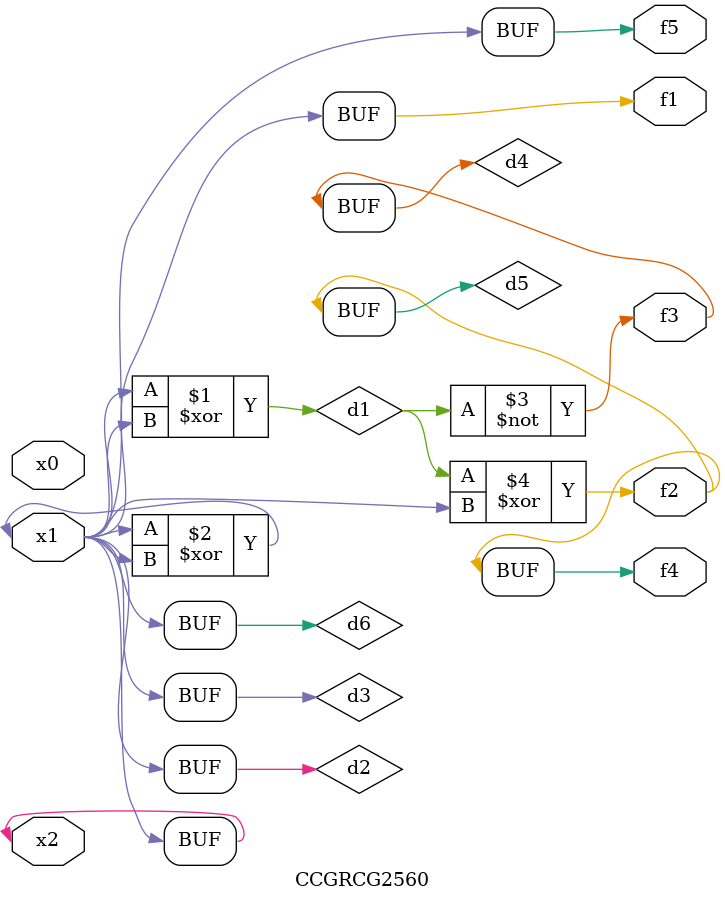
<source format=v>
module CCGRCG2560(
	input x0, x1, x2,
	output f1, f2, f3, f4, f5
);

	wire d1, d2, d3, d4, d5, d6;

	xor (d1, x1, x2);
	buf (d2, x1, x2);
	xor (d3, x1, x2);
	nor (d4, d1);
	xor (d5, d1, d2);
	buf (d6, d2, d3);
	assign f1 = d6;
	assign f2 = d5;
	assign f3 = d4;
	assign f4 = d5;
	assign f5 = d6;
endmodule

</source>
